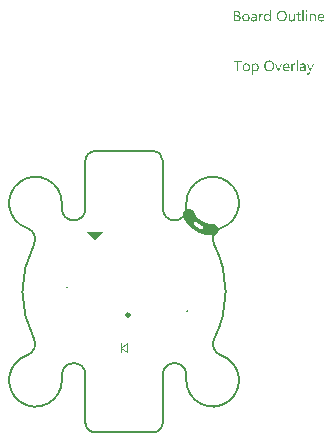
<source format=gto>
G04*
G04 #@! TF.GenerationSoftware,Altium Limited,Altium Designer,21.8.1 (53)*
G04*
G04 Layer_Color=65535*
%FSAX25Y25*%
%MOIN*%
G70*
G04*
G04 #@! TF.SameCoordinates,3D78823A-5127-4E2D-B847-EBBA5DFBE1E7*
G04*
G04*
G04 #@! TF.FilePolarity,Positive*
G04*
G01*
G75*
%ADD10C,0.01181*%
%ADD11C,0.00591*%
%ADD12C,0.00394*%
%ADD13C,0.00787*%
G36*
X0060922Y0119764D02*
X0060946D01*
X0061002Y0119739D01*
X0061033Y0119720D01*
X0061064Y0119695D01*
X0061070Y0119689D01*
X0061076Y0119683D01*
X0061107Y0119646D01*
X0061132Y0119584D01*
X0061138Y0119547D01*
X0061145Y0119510D01*
Y0119503D01*
Y0119491D01*
X0061138Y0119473D01*
X0061132Y0119448D01*
X0061114Y0119386D01*
X0061089Y0119355D01*
X0061064Y0119324D01*
X0061058D01*
X0061052Y0119312D01*
X0061014Y0119287D01*
X0060959Y0119262D01*
X0060922Y0119256D01*
X0060884Y0119250D01*
X0060866D01*
X0060847Y0119256D01*
X0060823D01*
X0060761Y0119281D01*
X0060730Y0119293D01*
X0060699Y0119318D01*
Y0119324D01*
X0060686Y0119330D01*
X0060674Y0119349D01*
X0060662Y0119367D01*
X0060637Y0119429D01*
X0060631Y0119466D01*
X0060625Y0119510D01*
Y0119516D01*
Y0119528D01*
X0060631Y0119547D01*
X0060637Y0119578D01*
X0060655Y0119633D01*
X0060674Y0119665D01*
X0060699Y0119695D01*
X0060705Y0119702D01*
X0060711Y0119708D01*
X0060748Y0119733D01*
X0060810Y0119757D01*
X0060847Y0119770D01*
X0060903D01*
X0060922Y0119764D01*
D02*
G37*
G36*
X0048932Y0116099D02*
X0048529D01*
Y0116520D01*
X0048517D01*
Y0116514D01*
X0048504Y0116501D01*
X0048486Y0116477D01*
X0048467Y0116446D01*
X0048436Y0116409D01*
X0048399Y0116371D01*
X0048356Y0116328D01*
X0048307Y0116285D01*
X0048251Y0116235D01*
X0048183Y0116192D01*
X0048115Y0116155D01*
X0048034Y0116118D01*
X0047954Y0116087D01*
X0047861Y0116062D01*
X0047762Y0116050D01*
X0047657Y0116043D01*
X0047613D01*
X0047576Y0116050D01*
X0047539Y0116056D01*
X0047489Y0116062D01*
X0047384Y0116087D01*
X0047260Y0116124D01*
X0047137Y0116186D01*
X0047069Y0116223D01*
X0047013Y0116266D01*
X0046951Y0116322D01*
X0046895Y0116378D01*
Y0116384D01*
X0046883Y0116396D01*
X0046870Y0116415D01*
X0046852Y0116439D01*
X0046833Y0116470D01*
X0046808Y0116514D01*
X0046784Y0116563D01*
X0046759Y0116619D01*
X0046728Y0116681D01*
X0046703Y0116749D01*
X0046679Y0116823D01*
X0046660Y0116904D01*
X0046641Y0116990D01*
X0046629Y0117089D01*
X0046623Y0117189D01*
X0046617Y0117294D01*
Y0117300D01*
Y0117318D01*
Y0117356D01*
X0046623Y0117399D01*
X0046629Y0117448D01*
X0046635Y0117510D01*
X0046641Y0117578D01*
X0046654Y0117653D01*
X0046691Y0117814D01*
X0046747Y0117981D01*
X0046784Y0118061D01*
X0046827Y0118142D01*
X0046870Y0118216D01*
X0046926Y0118290D01*
X0046932Y0118297D01*
X0046938Y0118309D01*
X0046957Y0118327D01*
X0046982Y0118352D01*
X0047013Y0118377D01*
X0047056Y0118408D01*
X0047099Y0118445D01*
X0047149Y0118482D01*
X0047273Y0118550D01*
X0047415Y0118612D01*
X0047496Y0118631D01*
X0047582Y0118649D01*
X0047669Y0118662D01*
X0047768Y0118668D01*
X0047818D01*
X0047855Y0118662D01*
X0047892Y0118656D01*
X0047941Y0118649D01*
X0048053Y0118618D01*
X0048177Y0118569D01*
X0048238Y0118538D01*
X0048300Y0118495D01*
X0048362Y0118451D01*
X0048418Y0118395D01*
X0048467Y0118334D01*
X0048517Y0118259D01*
X0048529D01*
Y0119819D01*
X0048932D01*
Y0116099D01*
D02*
G37*
G36*
X0063200Y0118662D02*
X0063274Y0118656D01*
X0063367Y0118637D01*
X0063466Y0118606D01*
X0063571Y0118556D01*
X0063676Y0118488D01*
X0063720Y0118451D01*
X0063763Y0118402D01*
X0063775Y0118389D01*
X0063800Y0118352D01*
X0063831Y0118290D01*
X0063874Y0118204D01*
X0063911Y0118098D01*
X0063949Y0117968D01*
X0063973Y0117814D01*
X0063980Y0117634D01*
Y0116099D01*
X0063577D01*
Y0117529D01*
Y0117535D01*
Y0117566D01*
X0063571Y0117603D01*
Y0117653D01*
X0063559Y0117715D01*
X0063546Y0117783D01*
X0063528Y0117857D01*
X0063503Y0117931D01*
X0063472Y0118006D01*
X0063435Y0118074D01*
X0063385Y0118142D01*
X0063330Y0118204D01*
X0063268Y0118253D01*
X0063187Y0118290D01*
X0063101Y0118321D01*
X0062995Y0118327D01*
X0062983D01*
X0062946Y0118321D01*
X0062890Y0118315D01*
X0062822Y0118297D01*
X0062742Y0118272D01*
X0062655Y0118228D01*
X0062574Y0118173D01*
X0062494Y0118098D01*
X0062488Y0118086D01*
X0062463Y0118061D01*
X0062432Y0118012D01*
X0062395Y0117944D01*
X0062358Y0117863D01*
X0062327Y0117764D01*
X0062302Y0117653D01*
X0062296Y0117529D01*
Y0116099D01*
X0061893D01*
Y0118612D01*
X0062296D01*
Y0118191D01*
X0062308D01*
X0062314Y0118197D01*
X0062321Y0118210D01*
X0062339Y0118235D01*
X0062364Y0118265D01*
X0062389Y0118303D01*
X0062426Y0118340D01*
X0062469Y0118383D01*
X0062519Y0118433D01*
X0062574Y0118476D01*
X0062636Y0118519D01*
X0062704Y0118556D01*
X0062779Y0118594D01*
X0062853Y0118624D01*
X0062940Y0118649D01*
X0063033Y0118662D01*
X0063131Y0118668D01*
X0063169D01*
X0063200Y0118662D01*
D02*
G37*
G36*
X0046202Y0118649D02*
X0046276Y0118643D01*
X0046319Y0118631D01*
X0046350Y0118618D01*
Y0118204D01*
X0046344Y0118210D01*
X0046332Y0118216D01*
X0046307Y0118228D01*
X0046276Y0118247D01*
X0046233Y0118259D01*
X0046177Y0118272D01*
X0046115Y0118278D01*
X0046047Y0118284D01*
X0046035D01*
X0046004Y0118278D01*
X0045954Y0118272D01*
X0045899Y0118253D01*
X0045824Y0118222D01*
X0045756Y0118179D01*
X0045682Y0118117D01*
X0045614Y0118036D01*
X0045608Y0118024D01*
X0045589Y0117993D01*
X0045558Y0117938D01*
X0045527Y0117863D01*
X0045496Y0117770D01*
X0045465Y0117653D01*
X0045447Y0117523D01*
X0045441Y0117374D01*
Y0116099D01*
X0045038D01*
Y0118612D01*
X0045441D01*
Y0118092D01*
X0045453D01*
Y0118098D01*
X0045459Y0118105D01*
X0045471Y0118135D01*
X0045490Y0118185D01*
X0045521Y0118247D01*
X0045552Y0118309D01*
X0045601Y0118377D01*
X0045651Y0118445D01*
X0045713Y0118507D01*
X0045719Y0118513D01*
X0045744Y0118532D01*
X0045781Y0118556D01*
X0045831Y0118581D01*
X0045886Y0118606D01*
X0045954Y0118631D01*
X0046029Y0118649D01*
X0046109Y0118656D01*
X0046165D01*
X0046202Y0118649D01*
D02*
G37*
G36*
X0056941Y0116099D02*
X0056539D01*
Y0116495D01*
X0056527D01*
Y0116489D01*
X0056514Y0116477D01*
X0056502Y0116452D01*
X0056477Y0116427D01*
X0056422Y0116353D01*
X0056335Y0116272D01*
X0056285Y0116229D01*
X0056230Y0116186D01*
X0056168Y0116149D01*
X0056094Y0116111D01*
X0056019Y0116087D01*
X0055939Y0116062D01*
X0055846Y0116050D01*
X0055753Y0116043D01*
X0055716D01*
X0055673Y0116050D01*
X0055611Y0116062D01*
X0055543Y0116074D01*
X0055468Y0116099D01*
X0055388Y0116130D01*
X0055307Y0116180D01*
X0055221Y0116235D01*
X0055140Y0116303D01*
X0055066Y0116390D01*
X0054998Y0116495D01*
X0054936Y0116613D01*
X0054893Y0116755D01*
X0054868Y0116922D01*
X0054856Y0117009D01*
Y0117108D01*
Y0118612D01*
X0055252D01*
Y0117170D01*
Y0117164D01*
Y0117139D01*
X0055258Y0117096D01*
X0055264Y0117046D01*
X0055270Y0116984D01*
X0055283Y0116922D01*
X0055301Y0116848D01*
X0055326Y0116774D01*
X0055363Y0116700D01*
X0055400Y0116631D01*
X0055450Y0116563D01*
X0055512Y0116501D01*
X0055580Y0116452D01*
X0055660Y0116415D01*
X0055759Y0116384D01*
X0055864Y0116378D01*
X0055877D01*
X0055914Y0116384D01*
X0055970Y0116390D01*
X0056032Y0116402D01*
X0056112Y0116433D01*
X0056192Y0116470D01*
X0056273Y0116520D01*
X0056347Y0116594D01*
X0056353Y0116607D01*
X0056378Y0116631D01*
X0056409Y0116681D01*
X0056446Y0116749D01*
X0056477Y0116829D01*
X0056508Y0116929D01*
X0056533Y0117040D01*
X0056539Y0117164D01*
Y0118612D01*
X0056941D01*
Y0116099D01*
D02*
G37*
G36*
X0061076D02*
X0060674D01*
Y0118612D01*
X0061076D01*
Y0116099D01*
D02*
G37*
G36*
X0059857D02*
X0059455D01*
Y0119819D01*
X0059857D01*
Y0116099D01*
D02*
G37*
G36*
X0043478Y0118662D02*
X0043534Y0118656D01*
X0043602Y0118637D01*
X0043676Y0118618D01*
X0043757Y0118587D01*
X0043843Y0118550D01*
X0043924Y0118501D01*
X0044004Y0118439D01*
X0044079Y0118365D01*
X0044147Y0118272D01*
X0044203Y0118166D01*
X0044246Y0118043D01*
X0044271Y0117900D01*
X0044283Y0117733D01*
Y0116099D01*
X0043881D01*
Y0116489D01*
X0043868D01*
Y0116483D01*
X0043856Y0116470D01*
X0043843Y0116446D01*
X0043819Y0116421D01*
X0043757Y0116347D01*
X0043676Y0116266D01*
X0043565Y0116186D01*
X0043435Y0116111D01*
X0043354Y0116087D01*
X0043274Y0116062D01*
X0043187Y0116050D01*
X0043095Y0116043D01*
X0043057D01*
X0043033Y0116050D01*
X0042965Y0116056D01*
X0042884Y0116068D01*
X0042785Y0116093D01*
X0042692Y0116124D01*
X0042593Y0116173D01*
X0042506Y0116235D01*
X0042500Y0116248D01*
X0042476Y0116272D01*
X0042438Y0116316D01*
X0042401Y0116378D01*
X0042364Y0116452D01*
X0042327Y0116539D01*
X0042302Y0116644D01*
X0042296Y0116761D01*
Y0116768D01*
Y0116792D01*
X0042302Y0116829D01*
X0042308Y0116873D01*
X0042321Y0116929D01*
X0042339Y0116990D01*
X0042364Y0117059D01*
X0042401Y0117127D01*
X0042445Y0117201D01*
X0042500Y0117275D01*
X0042568Y0117343D01*
X0042649Y0117405D01*
X0042742Y0117467D01*
X0042853Y0117517D01*
X0042977Y0117554D01*
X0043125Y0117585D01*
X0043881Y0117690D01*
Y0117696D01*
Y0117715D01*
X0043874Y0117752D01*
Y0117789D01*
X0043862Y0117838D01*
X0043856Y0117894D01*
X0043819Y0118012D01*
X0043788Y0118068D01*
X0043757Y0118123D01*
X0043714Y0118179D01*
X0043664Y0118228D01*
X0043602Y0118272D01*
X0043534Y0118303D01*
X0043453Y0118321D01*
X0043361Y0118327D01*
X0043317D01*
X0043286Y0118321D01*
X0043243D01*
X0043200Y0118309D01*
X0043088Y0118290D01*
X0042965Y0118253D01*
X0042828Y0118197D01*
X0042754Y0118160D01*
X0042686Y0118123D01*
X0042612Y0118074D01*
X0042544Y0118018D01*
Y0118433D01*
X0042550D01*
X0042562Y0118445D01*
X0042581Y0118457D01*
X0042612Y0118470D01*
X0042643Y0118488D01*
X0042686Y0118507D01*
X0042735Y0118526D01*
X0042791Y0118550D01*
X0042915Y0118594D01*
X0043064Y0118631D01*
X0043224Y0118656D01*
X0043398Y0118668D01*
X0043435D01*
X0043478Y0118662D01*
D02*
G37*
G36*
X0037790Y0119609D02*
X0037833D01*
X0037876Y0119603D01*
X0037975Y0119590D01*
X0038093Y0119559D01*
X0038217Y0119522D01*
X0038334Y0119466D01*
X0038440Y0119392D01*
X0038446D01*
X0038452Y0119380D01*
X0038483Y0119355D01*
X0038526Y0119305D01*
X0038576Y0119237D01*
X0038619Y0119151D01*
X0038662Y0119052D01*
X0038693Y0118940D01*
X0038706Y0118878D01*
Y0118810D01*
Y0118804D01*
Y0118798D01*
Y0118761D01*
X0038700Y0118705D01*
X0038687Y0118637D01*
X0038669Y0118550D01*
X0038638Y0118464D01*
X0038601Y0118377D01*
X0038545Y0118290D01*
X0038539Y0118278D01*
X0038514Y0118253D01*
X0038477Y0118216D01*
X0038427Y0118166D01*
X0038365Y0118117D01*
X0038291Y0118061D01*
X0038198Y0118018D01*
X0038099Y0117975D01*
Y0117968D01*
X0038118D01*
X0038136Y0117962D01*
X0038155Y0117956D01*
X0038223Y0117944D01*
X0038303Y0117919D01*
X0038390Y0117882D01*
X0038483Y0117838D01*
X0038576Y0117777D01*
X0038662Y0117696D01*
X0038675Y0117684D01*
X0038700Y0117653D01*
X0038730Y0117609D01*
X0038774Y0117541D01*
X0038811Y0117455D01*
X0038848Y0117356D01*
X0038873Y0117238D01*
X0038879Y0117108D01*
Y0117102D01*
Y0117089D01*
Y0117065D01*
X0038873Y0117034D01*
X0038867Y0116997D01*
X0038860Y0116953D01*
X0038836Y0116848D01*
X0038799Y0116730D01*
X0038743Y0116607D01*
X0038706Y0116551D01*
X0038662Y0116489D01*
X0038607Y0116433D01*
X0038551Y0116378D01*
X0038545D01*
X0038539Y0116365D01*
X0038520Y0116353D01*
X0038495Y0116334D01*
X0038464Y0116316D01*
X0038421Y0116291D01*
X0038328Y0116241D01*
X0038211Y0116186D01*
X0038074Y0116142D01*
X0037914Y0116111D01*
X0037833Y0116105D01*
X0037740Y0116099D01*
X0036713D01*
Y0119615D01*
X0037759D01*
X0037790Y0119609D01*
D02*
G37*
G36*
X0058285Y0118612D02*
X0058922D01*
Y0118265D01*
X0058285D01*
Y0116848D01*
Y0116836D01*
Y0116805D01*
X0058291Y0116761D01*
X0058297Y0116706D01*
X0058322Y0116588D01*
X0058340Y0116532D01*
X0058371Y0116489D01*
X0058378Y0116483D01*
X0058390Y0116470D01*
X0058408Y0116458D01*
X0058439Y0116439D01*
X0058477Y0116415D01*
X0058526Y0116402D01*
X0058588Y0116390D01*
X0058656Y0116384D01*
X0058681D01*
X0058712Y0116390D01*
X0058749Y0116396D01*
X0058836Y0116421D01*
X0058879Y0116439D01*
X0058922Y0116464D01*
Y0116118D01*
X0058916D01*
X0058898Y0116105D01*
X0058867Y0116099D01*
X0058823Y0116087D01*
X0058768Y0116074D01*
X0058706Y0116062D01*
X0058631Y0116056D01*
X0058545Y0116050D01*
X0058514D01*
X0058483Y0116056D01*
X0058439Y0116062D01*
X0058390Y0116074D01*
X0058334Y0116087D01*
X0058279Y0116111D01*
X0058217Y0116142D01*
X0058155Y0116180D01*
X0058093Y0116229D01*
X0058037Y0116285D01*
X0057988Y0116359D01*
X0057944Y0116439D01*
X0057913Y0116539D01*
X0057889Y0116650D01*
X0057882Y0116780D01*
Y0118265D01*
X0057455D01*
Y0118612D01*
X0057882D01*
Y0119225D01*
X0058285Y0119355D01*
Y0118612D01*
D02*
G37*
G36*
X0065812Y0118662D02*
X0065855Y0118656D01*
X0065898Y0118649D01*
X0066010Y0118631D01*
X0066134Y0118587D01*
X0066258Y0118532D01*
X0066319Y0118495D01*
X0066381Y0118451D01*
X0066437Y0118402D01*
X0066493Y0118346D01*
X0066499Y0118340D01*
X0066505Y0118334D01*
X0066517Y0118315D01*
X0066536Y0118290D01*
X0066555Y0118253D01*
X0066579Y0118216D01*
X0066604Y0118173D01*
X0066629Y0118117D01*
X0066654Y0118055D01*
X0066678Y0117993D01*
X0066703Y0117919D01*
X0066722Y0117838D01*
X0066740Y0117752D01*
X0066753Y0117665D01*
X0066765Y0117566D01*
Y0117461D01*
Y0117250D01*
X0064988D01*
Y0117244D01*
Y0117232D01*
Y0117213D01*
X0064995Y0117182D01*
X0065001Y0117145D01*
Y0117108D01*
X0065020Y0117009D01*
X0065050Y0116910D01*
X0065087Y0116798D01*
X0065143Y0116693D01*
X0065211Y0116600D01*
X0065224Y0116588D01*
X0065249Y0116563D01*
X0065298Y0116532D01*
X0065366Y0116489D01*
X0065453Y0116446D01*
X0065552Y0116415D01*
X0065669Y0116390D01*
X0065806Y0116378D01*
X0065849D01*
X0065880Y0116384D01*
X0065917D01*
X0065960Y0116390D01*
X0066066Y0116415D01*
X0066183Y0116446D01*
X0066313Y0116495D01*
X0066449Y0116563D01*
X0066517Y0116607D01*
X0066585Y0116656D01*
Y0116279D01*
X0066579D01*
X0066573Y0116266D01*
X0066555Y0116260D01*
X0066524Y0116241D01*
X0066493Y0116223D01*
X0066456Y0116204D01*
X0066406Y0116186D01*
X0066356Y0116161D01*
X0066295Y0116136D01*
X0066227Y0116118D01*
X0066078Y0116080D01*
X0065905Y0116056D01*
X0065713Y0116043D01*
X0065663D01*
X0065626Y0116050D01*
X0065583Y0116056D01*
X0065527Y0116062D01*
X0065409Y0116087D01*
X0065273Y0116124D01*
X0065137Y0116186D01*
X0065069Y0116229D01*
X0065001Y0116272D01*
X0064939Y0116322D01*
X0064877Y0116384D01*
X0064871Y0116390D01*
X0064865Y0116402D01*
X0064852Y0116421D01*
X0064828Y0116446D01*
X0064809Y0116483D01*
X0064784Y0116526D01*
X0064753Y0116576D01*
X0064728Y0116631D01*
X0064698Y0116693D01*
X0064673Y0116768D01*
X0064642Y0116848D01*
X0064623Y0116935D01*
X0064605Y0117027D01*
X0064586Y0117127D01*
X0064580Y0117232D01*
X0064574Y0117343D01*
Y0117349D01*
Y0117368D01*
Y0117399D01*
X0064580Y0117442D01*
X0064586Y0117492D01*
X0064592Y0117548D01*
X0064599Y0117616D01*
X0064617Y0117684D01*
X0064654Y0117832D01*
X0064710Y0117993D01*
X0064747Y0118074D01*
X0064797Y0118148D01*
X0064846Y0118228D01*
X0064902Y0118297D01*
X0064908Y0118303D01*
X0064920Y0118315D01*
X0064939Y0118334D01*
X0064964Y0118352D01*
X0064995Y0118383D01*
X0065032Y0118414D01*
X0065081Y0118445D01*
X0065131Y0118482D01*
X0065249Y0118550D01*
X0065391Y0118612D01*
X0065471Y0118631D01*
X0065552Y0118649D01*
X0065639Y0118662D01*
X0065731Y0118668D01*
X0065781D01*
X0065812Y0118662D01*
D02*
G37*
G36*
X0052769Y0119671D02*
X0052831Y0119665D01*
X0052906Y0119652D01*
X0052986Y0119633D01*
X0053073Y0119615D01*
X0053159Y0119590D01*
X0053259Y0119559D01*
X0053351Y0119516D01*
X0053450Y0119466D01*
X0053549Y0119411D01*
X0053642Y0119343D01*
X0053735Y0119268D01*
X0053822Y0119182D01*
X0053828Y0119176D01*
X0053840Y0119157D01*
X0053865Y0119132D01*
X0053890Y0119095D01*
X0053927Y0119045D01*
X0053964Y0118984D01*
X0054001Y0118915D01*
X0054045Y0118841D01*
X0054088Y0118748D01*
X0054125Y0118656D01*
X0054162Y0118550D01*
X0054199Y0118433D01*
X0054224Y0118315D01*
X0054249Y0118185D01*
X0054261Y0118043D01*
X0054267Y0117900D01*
Y0117888D01*
Y0117863D01*
Y0117820D01*
X0054261Y0117758D01*
X0054255Y0117684D01*
X0054243Y0117603D01*
X0054230Y0117510D01*
X0054212Y0117405D01*
X0054187Y0117300D01*
X0054156Y0117189D01*
X0054119Y0117077D01*
X0054075Y0116966D01*
X0054020Y0116848D01*
X0053958Y0116743D01*
X0053890Y0116638D01*
X0053809Y0116539D01*
X0053803Y0116532D01*
X0053791Y0116520D01*
X0053760Y0116495D01*
X0053729Y0116464D01*
X0053679Y0116421D01*
X0053624Y0116384D01*
X0053562Y0116334D01*
X0053487Y0116291D01*
X0053407Y0116248D01*
X0053314Y0116198D01*
X0053215Y0116161D01*
X0053104Y0116124D01*
X0052986Y0116087D01*
X0052862Y0116062D01*
X0052732Y0116050D01*
X0052590Y0116043D01*
X0052559D01*
X0052516Y0116050D01*
X0052466D01*
X0052404Y0116056D01*
X0052330Y0116068D01*
X0052249Y0116087D01*
X0052157Y0116105D01*
X0052064Y0116130D01*
X0051965Y0116161D01*
X0051866Y0116204D01*
X0051767Y0116248D01*
X0051668Y0116303D01*
X0051569Y0116371D01*
X0051476Y0116446D01*
X0051389Y0116532D01*
X0051383Y0116539D01*
X0051371Y0116557D01*
X0051346Y0116582D01*
X0051321Y0116619D01*
X0051284Y0116668D01*
X0051247Y0116730D01*
X0051210Y0116798D01*
X0051166Y0116879D01*
X0051123Y0116966D01*
X0051086Y0117059D01*
X0051049Y0117164D01*
X0051012Y0117281D01*
X0050987Y0117399D01*
X0050962Y0117529D01*
X0050950Y0117671D01*
X0050943Y0117814D01*
Y0117826D01*
Y0117851D01*
X0050950Y0117894D01*
Y0117956D01*
X0050956Y0118024D01*
X0050968Y0118111D01*
X0050981Y0118204D01*
X0050999Y0118303D01*
X0051024Y0118408D01*
X0051055Y0118519D01*
X0051092Y0118631D01*
X0051135Y0118742D01*
X0051191Y0118854D01*
X0051253Y0118965D01*
X0051321Y0119070D01*
X0051402Y0119169D01*
X0051408Y0119176D01*
X0051420Y0119194D01*
X0051451Y0119219D01*
X0051488Y0119250D01*
X0051531Y0119287D01*
X0051587Y0119330D01*
X0051655Y0119374D01*
X0051730Y0119423D01*
X0051816Y0119473D01*
X0051909Y0119516D01*
X0052008Y0119559D01*
X0052119Y0119596D01*
X0052243Y0119627D01*
X0052373Y0119658D01*
X0052509Y0119671D01*
X0052652Y0119677D01*
X0052720D01*
X0052769Y0119671D01*
D02*
G37*
G36*
X0040742Y0118662D02*
X0040786Y0118656D01*
X0040841Y0118649D01*
X0040965Y0118624D01*
X0041107Y0118581D01*
X0041250Y0118519D01*
X0041324Y0118482D01*
X0041392Y0118439D01*
X0041460Y0118383D01*
X0041522Y0118321D01*
X0041528Y0118315D01*
X0041535Y0118303D01*
X0041553Y0118284D01*
X0041572Y0118259D01*
X0041596Y0118222D01*
X0041621Y0118179D01*
X0041652Y0118129D01*
X0041683Y0118074D01*
X0041708Y0118006D01*
X0041739Y0117938D01*
X0041764Y0117857D01*
X0041788Y0117770D01*
X0041807Y0117677D01*
X0041826Y0117578D01*
X0041832Y0117473D01*
X0041838Y0117362D01*
Y0117356D01*
Y0117337D01*
Y0117306D01*
X0041832Y0117263D01*
X0041826Y0117213D01*
X0041819Y0117151D01*
X0041807Y0117089D01*
X0041795Y0117015D01*
X0041757Y0116867D01*
X0041695Y0116706D01*
X0041658Y0116625D01*
X0041609Y0116545D01*
X0041559Y0116470D01*
X0041497Y0116402D01*
X0041491Y0116396D01*
X0041479Y0116390D01*
X0041460Y0116371D01*
X0041436Y0116347D01*
X0041398Y0116322D01*
X0041361Y0116291D01*
X0041312Y0116254D01*
X0041256Y0116223D01*
X0041194Y0116192D01*
X0041126Y0116155D01*
X0041052Y0116124D01*
X0040971Y0116099D01*
X0040885Y0116074D01*
X0040792Y0116062D01*
X0040693Y0116050D01*
X0040587Y0116043D01*
X0040532D01*
X0040495Y0116050D01*
X0040451Y0116056D01*
X0040396Y0116062D01*
X0040334Y0116074D01*
X0040266Y0116087D01*
X0040123Y0116130D01*
X0039975Y0116192D01*
X0039900Y0116229D01*
X0039832Y0116279D01*
X0039764Y0116328D01*
X0039696Y0116390D01*
X0039690Y0116396D01*
X0039684Y0116409D01*
X0039665Y0116427D01*
X0039647Y0116452D01*
X0039622Y0116489D01*
X0039591Y0116532D01*
X0039560Y0116582D01*
X0039535Y0116638D01*
X0039504Y0116706D01*
X0039473Y0116774D01*
X0039442Y0116848D01*
X0039418Y0116935D01*
X0039380Y0117120D01*
X0039374Y0117219D01*
X0039368Y0117325D01*
Y0117331D01*
Y0117356D01*
Y0117387D01*
X0039374Y0117430D01*
X0039380Y0117479D01*
X0039387Y0117541D01*
X0039399Y0117609D01*
X0039411Y0117684D01*
X0039449Y0117845D01*
X0039511Y0118006D01*
X0039554Y0118086D01*
X0039597Y0118166D01*
X0039647Y0118241D01*
X0039709Y0118309D01*
X0039715Y0118315D01*
X0039727Y0118327D01*
X0039746Y0118340D01*
X0039770Y0118365D01*
X0039808Y0118389D01*
X0039851Y0118420D01*
X0039900Y0118457D01*
X0039956Y0118488D01*
X0040018Y0118519D01*
X0040092Y0118556D01*
X0040167Y0118587D01*
X0040253Y0118612D01*
X0040340Y0118637D01*
X0040439Y0118656D01*
X0040544Y0118662D01*
X0040649Y0118668D01*
X0040705D01*
X0040742Y0118662D01*
D02*
G37*
G36*
X0043955Y0102072D02*
X0043998Y0102066D01*
X0044042Y0102059D01*
X0044153Y0102035D01*
X0044277Y0101997D01*
X0044401Y0101936D01*
X0044462Y0101898D01*
X0044524Y0101849D01*
X0044580Y0101799D01*
X0044636Y0101737D01*
X0044642Y0101731D01*
X0044648Y0101725D01*
X0044661Y0101700D01*
X0044679Y0101676D01*
X0044698Y0101645D01*
X0044722Y0101601D01*
X0044747Y0101552D01*
X0044772Y0101502D01*
X0044797Y0101440D01*
X0044822Y0101372D01*
X0044846Y0101298D01*
X0044865Y0101217D01*
X0044896Y0101038D01*
X0044908Y0100939D01*
Y0100834D01*
Y0100828D01*
Y0100809D01*
Y0100772D01*
X0044902Y0100728D01*
Y0100679D01*
X0044890Y0100617D01*
X0044883Y0100549D01*
X0044871Y0100475D01*
X0044834Y0100314D01*
X0044778Y0100147D01*
X0044741Y0100066D01*
X0044704Y0099986D01*
X0044654Y0099905D01*
X0044599Y0099831D01*
X0044592Y0099825D01*
X0044586Y0099812D01*
X0044568Y0099794D01*
X0044543Y0099775D01*
X0044512Y0099744D01*
X0044475Y0099713D01*
X0044431Y0099676D01*
X0044382Y0099645D01*
X0044326Y0099608D01*
X0044264Y0099571D01*
X0044116Y0099515D01*
X0044035Y0099490D01*
X0043955Y0099472D01*
X0043862Y0099460D01*
X0043763Y0099453D01*
X0043714D01*
X0043683Y0099460D01*
X0043639Y0099466D01*
X0043596Y0099478D01*
X0043484Y0099503D01*
X0043367Y0099552D01*
X0043299Y0099590D01*
X0043237Y0099627D01*
X0043175Y0099676D01*
X0043119Y0099732D01*
X0043057Y0099794D01*
X0043008Y0099868D01*
X0042995D01*
Y0098358D01*
X0042593D01*
Y0102022D01*
X0042995D01*
Y0101576D01*
X0043008D01*
X0043014Y0101583D01*
X0043020Y0101601D01*
X0043039Y0101626D01*
X0043064Y0101657D01*
X0043095Y0101694D01*
X0043132Y0101737D01*
X0043175Y0101781D01*
X0043231Y0101830D01*
X0043286Y0101874D01*
X0043348Y0101917D01*
X0043423Y0101960D01*
X0043497Y0101997D01*
X0043584Y0102035D01*
X0043676Y0102059D01*
X0043769Y0102072D01*
X0043874Y0102078D01*
X0043924D01*
X0043955Y0102072D01*
D02*
G37*
G36*
X0056911Y0102059D02*
X0056985Y0102053D01*
X0057028Y0102041D01*
X0057059Y0102028D01*
Y0101614D01*
X0057053Y0101620D01*
X0057041Y0101626D01*
X0057016Y0101638D01*
X0056985Y0101657D01*
X0056941Y0101669D01*
X0056886Y0101682D01*
X0056824Y0101688D01*
X0056756Y0101694D01*
X0056743D01*
X0056713Y0101688D01*
X0056663Y0101682D01*
X0056607Y0101663D01*
X0056533Y0101632D01*
X0056465Y0101589D01*
X0056391Y0101527D01*
X0056322Y0101446D01*
X0056316Y0101434D01*
X0056298Y0101403D01*
X0056267Y0101347D01*
X0056236Y0101273D01*
X0056205Y0101180D01*
X0056174Y0101063D01*
X0056155Y0100933D01*
X0056149Y0100784D01*
Y0099509D01*
X0055747D01*
Y0102022D01*
X0056149D01*
Y0101502D01*
X0056162D01*
Y0101508D01*
X0056168Y0101515D01*
X0056180Y0101546D01*
X0056199Y0101595D01*
X0056230Y0101657D01*
X0056261Y0101719D01*
X0056310Y0101787D01*
X0056360Y0101855D01*
X0056422Y0101917D01*
X0056428Y0101923D01*
X0056453Y0101942D01*
X0056490Y0101967D01*
X0056539Y0101991D01*
X0056595Y0102016D01*
X0056663Y0102041D01*
X0056737Y0102059D01*
X0056818Y0102066D01*
X0056873D01*
X0056911Y0102059D01*
D02*
G37*
G36*
X0062116Y0099107D02*
X0062110Y0099101D01*
X0062104Y0099076D01*
X0062085Y0099032D01*
X0062061Y0098983D01*
X0062030Y0098927D01*
X0061986Y0098859D01*
X0061943Y0098791D01*
X0061893Y0098717D01*
X0061832Y0098642D01*
X0061770Y0098574D01*
X0061695Y0098506D01*
X0061615Y0098451D01*
X0061535Y0098401D01*
X0061442Y0098358D01*
X0061349Y0098333D01*
X0061244Y0098327D01*
X0061188D01*
X0061151Y0098333D01*
X0061070Y0098345D01*
X0060984Y0098364D01*
Y0098723D01*
X0060990D01*
X0061008Y0098717D01*
X0061033Y0098711D01*
X0061064Y0098704D01*
X0061138Y0098686D01*
X0061219Y0098680D01*
X0061231D01*
X0061268Y0098686D01*
X0061324Y0098698D01*
X0061392Y0098723D01*
X0061466Y0098766D01*
X0061503Y0098797D01*
X0061541Y0098834D01*
X0061578Y0098871D01*
X0061615Y0098921D01*
X0061646Y0098977D01*
X0061677Y0099039D01*
X0061881Y0099509D01*
X0060897Y0102022D01*
X0061343D01*
X0062024Y0100085D01*
Y0100078D01*
X0062030Y0100066D01*
X0062036Y0100048D01*
X0062042Y0100023D01*
X0062048Y0099986D01*
X0062061Y0099949D01*
X0062073Y0099893D01*
X0062092D01*
Y0099905D01*
X0062104Y0099942D01*
X0062116Y0099998D01*
X0062141Y0100078D01*
X0062853Y0102022D01*
X0063268D01*
X0062116Y0099107D01*
D02*
G37*
G36*
X0051686Y0099509D02*
X0051290D01*
X0050337Y0102022D01*
X0050776D01*
X0051420Y0100196D01*
X0051426Y0100190D01*
X0051432Y0100165D01*
X0051445Y0100122D01*
X0051457Y0100078D01*
X0051470Y0100023D01*
X0051488Y0099961D01*
X0051507Y0099843D01*
X0051513D01*
Y0099849D01*
X0051519Y0099874D01*
X0051525Y0099911D01*
X0051531Y0099955D01*
X0051544Y0100011D01*
X0051556Y0100066D01*
X0051593Y0100184D01*
X0052262Y0102022D01*
X0052683D01*
X0051686Y0099509D01*
D02*
G37*
G36*
X0059708Y0102072D02*
X0059764Y0102066D01*
X0059832Y0102047D01*
X0059907Y0102028D01*
X0059987Y0101997D01*
X0060074Y0101960D01*
X0060154Y0101911D01*
X0060235Y0101849D01*
X0060309Y0101775D01*
X0060377Y0101682D01*
X0060433Y0101576D01*
X0060476Y0101453D01*
X0060501Y0101310D01*
X0060513Y0101143D01*
Y0099509D01*
X0060111D01*
Y0099899D01*
X0060098D01*
Y0099893D01*
X0060086Y0099880D01*
X0060074Y0099856D01*
X0060049Y0099831D01*
X0059987Y0099757D01*
X0059907Y0099676D01*
X0059795Y0099596D01*
X0059665Y0099521D01*
X0059585Y0099497D01*
X0059504Y0099472D01*
X0059417Y0099460D01*
X0059325Y0099453D01*
X0059288D01*
X0059263Y0099460D01*
X0059195Y0099466D01*
X0059114Y0099478D01*
X0059015Y0099503D01*
X0058922Y0099534D01*
X0058823Y0099583D01*
X0058737Y0099645D01*
X0058730Y0099658D01*
X0058706Y0099682D01*
X0058669Y0099726D01*
X0058631Y0099788D01*
X0058594Y0099862D01*
X0058557Y0099949D01*
X0058532Y0100054D01*
X0058526Y0100171D01*
Y0100178D01*
Y0100202D01*
X0058532Y0100240D01*
X0058539Y0100283D01*
X0058551Y0100338D01*
X0058570Y0100400D01*
X0058594Y0100469D01*
X0058631Y0100537D01*
X0058675Y0100611D01*
X0058730Y0100685D01*
X0058798Y0100753D01*
X0058879Y0100815D01*
X0058972Y0100877D01*
X0059083Y0100927D01*
X0059207Y0100964D01*
X0059356Y0100995D01*
X0060111Y0101100D01*
Y0101106D01*
Y0101125D01*
X0060105Y0101162D01*
Y0101199D01*
X0060092Y0101249D01*
X0060086Y0101304D01*
X0060049Y0101422D01*
X0060018Y0101478D01*
X0059987Y0101533D01*
X0059944Y0101589D01*
X0059894Y0101638D01*
X0059832Y0101682D01*
X0059764Y0101713D01*
X0059684Y0101731D01*
X0059591Y0101737D01*
X0059548D01*
X0059517Y0101731D01*
X0059473D01*
X0059430Y0101719D01*
X0059319Y0101700D01*
X0059195Y0101663D01*
X0059058Y0101608D01*
X0058984Y0101570D01*
X0058916Y0101533D01*
X0058842Y0101484D01*
X0058774Y0101428D01*
Y0101843D01*
X0058780D01*
X0058792Y0101855D01*
X0058811Y0101867D01*
X0058842Y0101880D01*
X0058873Y0101898D01*
X0058916Y0101917D01*
X0058966Y0101936D01*
X0059021Y0101960D01*
X0059145Y0102004D01*
X0059294Y0102041D01*
X0059455Y0102066D01*
X0059628Y0102078D01*
X0059665D01*
X0059708Y0102072D01*
D02*
G37*
G36*
X0057895Y0099509D02*
X0057492D01*
Y0103229D01*
X0057895D01*
Y0099509D01*
D02*
G37*
G36*
X0039151Y0102654D02*
X0038136D01*
Y0099509D01*
X0037728D01*
Y0102654D01*
X0036713D01*
Y0103025D01*
X0039151D01*
Y0102654D01*
D02*
G37*
G36*
X0054187Y0102072D02*
X0054230Y0102066D01*
X0054274Y0102059D01*
X0054385Y0102041D01*
X0054509Y0101997D01*
X0054633Y0101942D01*
X0054694Y0101905D01*
X0054756Y0101861D01*
X0054812Y0101812D01*
X0054868Y0101756D01*
X0054874Y0101750D01*
X0054880Y0101744D01*
X0054893Y0101725D01*
X0054911Y0101700D01*
X0054930Y0101663D01*
X0054954Y0101626D01*
X0054979Y0101583D01*
X0055004Y0101527D01*
X0055029Y0101465D01*
X0055054Y0101403D01*
X0055078Y0101329D01*
X0055097Y0101249D01*
X0055115Y0101162D01*
X0055128Y0101075D01*
X0055140Y0100976D01*
Y0100871D01*
Y0100660D01*
X0053364D01*
Y0100654D01*
Y0100642D01*
Y0100623D01*
X0053370Y0100592D01*
X0053376Y0100555D01*
Y0100518D01*
X0053395Y0100419D01*
X0053426Y0100320D01*
X0053463Y0100208D01*
X0053518Y0100103D01*
X0053587Y0100011D01*
X0053599Y0099998D01*
X0053624Y0099973D01*
X0053673Y0099942D01*
X0053741Y0099899D01*
X0053828Y0099856D01*
X0053927Y0099825D01*
X0054045Y0099800D01*
X0054181Y0099788D01*
X0054224D01*
X0054255Y0099794D01*
X0054292D01*
X0054335Y0099800D01*
X0054441Y0099825D01*
X0054558Y0099856D01*
X0054688Y0099905D01*
X0054825Y0099973D01*
X0054893Y0100017D01*
X0054961Y0100066D01*
Y0099689D01*
X0054954D01*
X0054948Y0099676D01*
X0054930Y0099670D01*
X0054899Y0099651D01*
X0054868Y0099633D01*
X0054831Y0099614D01*
X0054781Y0099596D01*
X0054732Y0099571D01*
X0054670Y0099546D01*
X0054602Y0099528D01*
X0054453Y0099490D01*
X0054280Y0099466D01*
X0054088Y0099453D01*
X0054038D01*
X0054001Y0099460D01*
X0053958Y0099466D01*
X0053902Y0099472D01*
X0053785Y0099497D01*
X0053648Y0099534D01*
X0053512Y0099596D01*
X0053444Y0099639D01*
X0053376Y0099682D01*
X0053314Y0099732D01*
X0053252Y0099794D01*
X0053246Y0099800D01*
X0053240Y0099812D01*
X0053228Y0099831D01*
X0053203Y0099856D01*
X0053184Y0099893D01*
X0053159Y0099936D01*
X0053128Y0099986D01*
X0053104Y0100041D01*
X0053073Y0100103D01*
X0053048Y0100178D01*
X0053017Y0100258D01*
X0052999Y0100345D01*
X0052980Y0100438D01*
X0052961Y0100537D01*
X0052955Y0100642D01*
X0052949Y0100753D01*
Y0100759D01*
Y0100778D01*
Y0100809D01*
X0052955Y0100852D01*
X0052961Y0100902D01*
X0052968Y0100958D01*
X0052974Y0101026D01*
X0052992Y0101094D01*
X0053029Y0101242D01*
X0053085Y0101403D01*
X0053122Y0101484D01*
X0053172Y0101558D01*
X0053221Y0101638D01*
X0053277Y0101707D01*
X0053283Y0101713D01*
X0053296Y0101725D01*
X0053314Y0101744D01*
X0053339Y0101762D01*
X0053370Y0101793D01*
X0053407Y0101824D01*
X0053456Y0101855D01*
X0053506Y0101892D01*
X0053624Y0101960D01*
X0053766Y0102022D01*
X0053847Y0102041D01*
X0053927Y0102059D01*
X0054014Y0102072D01*
X0054106Y0102078D01*
X0054156D01*
X0054187Y0102072D01*
D02*
G37*
G36*
X0048573Y0103081D02*
X0048634Y0103075D01*
X0048709Y0103062D01*
X0048789Y0103044D01*
X0048876Y0103025D01*
X0048963Y0103000D01*
X0049062Y0102969D01*
X0049154Y0102926D01*
X0049253Y0102876D01*
X0049353Y0102821D01*
X0049445Y0102753D01*
X0049538Y0102678D01*
X0049625Y0102592D01*
X0049631Y0102585D01*
X0049643Y0102567D01*
X0049668Y0102542D01*
X0049693Y0102505D01*
X0049730Y0102455D01*
X0049767Y0102394D01*
X0049804Y0102325D01*
X0049848Y0102251D01*
X0049891Y0102158D01*
X0049928Y0102066D01*
X0049965Y0101960D01*
X0050002Y0101843D01*
X0050027Y0101725D01*
X0050052Y0101595D01*
X0050064Y0101453D01*
X0050071Y0101310D01*
Y0101298D01*
Y0101273D01*
Y0101230D01*
X0050064Y0101168D01*
X0050058Y0101094D01*
X0050046Y0101013D01*
X0050033Y0100920D01*
X0050015Y0100815D01*
X0049990Y0100710D01*
X0049959Y0100599D01*
X0049922Y0100487D01*
X0049879Y0100376D01*
X0049823Y0100258D01*
X0049761Y0100153D01*
X0049693Y0100048D01*
X0049613Y0099949D01*
X0049606Y0099942D01*
X0049594Y0099930D01*
X0049563Y0099905D01*
X0049532Y0099874D01*
X0049483Y0099831D01*
X0049427Y0099794D01*
X0049365Y0099744D01*
X0049291Y0099701D01*
X0049210Y0099658D01*
X0049117Y0099608D01*
X0049018Y0099571D01*
X0048907Y0099534D01*
X0048789Y0099497D01*
X0048665Y0099472D01*
X0048535Y0099460D01*
X0048393Y0099453D01*
X0048362D01*
X0048319Y0099460D01*
X0048269D01*
X0048207Y0099466D01*
X0048133Y0099478D01*
X0048053Y0099497D01*
X0047960Y0099515D01*
X0047867Y0099540D01*
X0047768Y0099571D01*
X0047669Y0099614D01*
X0047570Y0099658D01*
X0047471Y0099713D01*
X0047372Y0099781D01*
X0047279Y0099856D01*
X0047192Y0099942D01*
X0047186Y0099949D01*
X0047174Y0099967D01*
X0047149Y0099992D01*
X0047124Y0100029D01*
X0047087Y0100078D01*
X0047050Y0100140D01*
X0047013Y0100208D01*
X0046969Y0100289D01*
X0046926Y0100376D01*
X0046889Y0100469D01*
X0046852Y0100574D01*
X0046815Y0100691D01*
X0046790Y0100809D01*
X0046765Y0100939D01*
X0046753Y0101081D01*
X0046747Y0101224D01*
Y0101236D01*
Y0101261D01*
X0046753Y0101304D01*
Y0101366D01*
X0046759Y0101434D01*
X0046771Y0101521D01*
X0046784Y0101614D01*
X0046802Y0101713D01*
X0046827Y0101818D01*
X0046858Y0101929D01*
X0046895Y0102041D01*
X0046938Y0102152D01*
X0046994Y0102264D01*
X0047056Y0102375D01*
X0047124Y0102480D01*
X0047205Y0102579D01*
X0047211Y0102585D01*
X0047223Y0102604D01*
X0047254Y0102629D01*
X0047291Y0102660D01*
X0047335Y0102697D01*
X0047390Y0102740D01*
X0047458Y0102784D01*
X0047533Y0102833D01*
X0047619Y0102883D01*
X0047712Y0102926D01*
X0047811Y0102969D01*
X0047923Y0103006D01*
X0048046Y0103037D01*
X0048177Y0103068D01*
X0048313Y0103081D01*
X0048455Y0103087D01*
X0048523D01*
X0048573Y0103081D01*
D02*
G37*
G36*
X0040854Y0102072D02*
X0040897Y0102066D01*
X0040953Y0102059D01*
X0041076Y0102035D01*
X0041219Y0101991D01*
X0041361Y0101929D01*
X0041436Y0101892D01*
X0041504Y0101849D01*
X0041572Y0101793D01*
X0041634Y0101731D01*
X0041640Y0101725D01*
X0041646Y0101713D01*
X0041665Y0101694D01*
X0041683Y0101669D01*
X0041708Y0101632D01*
X0041733Y0101589D01*
X0041764Y0101539D01*
X0041795Y0101484D01*
X0041819Y0101416D01*
X0041850Y0101347D01*
X0041875Y0101267D01*
X0041900Y0101180D01*
X0041918Y0101087D01*
X0041937Y0100988D01*
X0041943Y0100883D01*
X0041949Y0100772D01*
Y0100766D01*
Y0100747D01*
Y0100716D01*
X0041943Y0100673D01*
X0041937Y0100623D01*
X0041931Y0100561D01*
X0041918Y0100499D01*
X0041906Y0100425D01*
X0041869Y0100277D01*
X0041807Y0100116D01*
X0041770Y0100035D01*
X0041720Y0099955D01*
X0041671Y0099880D01*
X0041609Y0099812D01*
X0041603Y0099806D01*
X0041590Y0099800D01*
X0041572Y0099781D01*
X0041547Y0099757D01*
X0041510Y0099732D01*
X0041473Y0099701D01*
X0041423Y0099664D01*
X0041368Y0099633D01*
X0041306Y0099602D01*
X0041238Y0099565D01*
X0041163Y0099534D01*
X0041083Y0099509D01*
X0040996Y0099484D01*
X0040903Y0099472D01*
X0040804Y0099460D01*
X0040699Y0099453D01*
X0040643D01*
X0040606Y0099460D01*
X0040563Y0099466D01*
X0040507Y0099472D01*
X0040445Y0099484D01*
X0040377Y0099497D01*
X0040235Y0099540D01*
X0040086Y0099602D01*
X0040012Y0099639D01*
X0039944Y0099689D01*
X0039876Y0099738D01*
X0039808Y0099800D01*
X0039801Y0099806D01*
X0039795Y0099819D01*
X0039777Y0099837D01*
X0039758Y0099862D01*
X0039733Y0099899D01*
X0039702Y0099942D01*
X0039671Y0099992D01*
X0039647Y0100048D01*
X0039616Y0100116D01*
X0039585Y0100184D01*
X0039554Y0100258D01*
X0039529Y0100345D01*
X0039492Y0100530D01*
X0039486Y0100629D01*
X0039480Y0100735D01*
Y0100741D01*
Y0100766D01*
Y0100797D01*
X0039486Y0100840D01*
X0039492Y0100889D01*
X0039498Y0100951D01*
X0039511Y0101019D01*
X0039523Y0101094D01*
X0039560Y0101255D01*
X0039622Y0101416D01*
X0039665Y0101496D01*
X0039709Y0101576D01*
X0039758Y0101651D01*
X0039820Y0101719D01*
X0039826Y0101725D01*
X0039838Y0101737D01*
X0039857Y0101750D01*
X0039882Y0101775D01*
X0039919Y0101799D01*
X0039962Y0101830D01*
X0040012Y0101867D01*
X0040068Y0101898D01*
X0040130Y0101929D01*
X0040204Y0101967D01*
X0040278Y0101997D01*
X0040365Y0102022D01*
X0040451Y0102047D01*
X0040550Y0102066D01*
X0040656Y0102072D01*
X0040761Y0102078D01*
X0040817D01*
X0040854Y0102072D01*
D02*
G37*
G36*
X0021718Y0053587D02*
X0021835Y0053573D01*
X0021950Y0053553D01*
X0022065Y0053526D01*
X0022177Y0053491D01*
X0022287Y0053450D01*
X0022394Y0053403D01*
X0022499Y0053349D01*
X0022600Y0053289D01*
X0022697Y0053223D01*
X0022790Y0053151D01*
X0022878Y0053074D01*
X0022962Y0052991D01*
X0023040Y0052904D01*
X0023113Y0052812D01*
X0023180Y0052716D01*
X0023242Y0052616D01*
X0023297Y0052513D01*
X0023304Y0052497D01*
X0023304Y0052497D01*
X0023393Y0052319D01*
X0023501Y0052119D01*
X0023615Y0051924D01*
X0023736Y0051733D01*
X0023863Y0051545D01*
X0023995Y0051362D01*
X0024134Y0051183D01*
X0024279Y0051009D01*
X0024429Y0050840D01*
X0024584Y0050675D01*
X0024745Y0050516D01*
X0024911Y0050362D01*
X0025082Y0050214D01*
X0025258Y0050072D01*
X0025438Y0049935D01*
X0025623Y0049804D01*
X0025812Y0049679D01*
X0026005Y0049561D01*
X0026201Y0049449D01*
X0026401Y0049343D01*
X0026605Y0049244D01*
X0026812Y0049152D01*
X0027021Y0049066D01*
X0027233Y0048988D01*
X0027448Y0048916D01*
X0027665Y0048852D01*
X0027884Y0048794D01*
X0028104Y0048744D01*
X0028327Y0048701D01*
X0028550Y0048665D01*
X0028775Y0048637D01*
X0029000Y0048616D01*
X0029226Y0048603D01*
X0029449Y0048597D01*
X0029449Y0048597D01*
X0029473Y0048597D01*
X0029590Y0048591D01*
X0029706Y0048577D01*
X0029822Y0048557D01*
X0029936Y0048530D01*
X0030048Y0048495D01*
X0030158Y0048454D01*
X0030266Y0048407D01*
X0030370Y0048353D01*
X0030471Y0048293D01*
X0030568Y0048227D01*
X0030661Y0048155D01*
X0030749Y0048078D01*
X0030833Y0047996D01*
X0030911Y0047908D01*
X0030984Y0047816D01*
X0031052Y0047720D01*
X0031113Y0047620D01*
X0031168Y0047517D01*
X0031217Y0047410D01*
X0031260Y0047300D01*
X0031295Y0047188D01*
X0031324Y0047075D01*
X0031346Y0046959D01*
X0031361Y0046843D01*
X0031369Y0046726D01*
X0031370Y0046608D01*
X0031363Y0046491D01*
X0031350Y0046375D01*
X0031330Y0046259D01*
X0031302Y0046145D01*
X0031268Y0046033D01*
X0031227Y0045922D01*
X0031180Y0045815D01*
X0031126Y0045711D01*
X0031066Y0045610D01*
X0031000Y0045513D01*
X0030928Y0045420D01*
X0030851Y0045332D01*
X0030768Y0045248D01*
X0030681Y0045170D01*
X0030589Y0045097D01*
X0030493Y0045029D01*
X0030393Y0044968D01*
X0030289Y0044913D01*
X0030182Y0044864D01*
X0030073Y0044821D01*
X0029961Y0044786D01*
X0029847Y0044757D01*
X0029732Y0044735D01*
X0029616Y0044720D01*
X0029498Y0044712D01*
X0029405Y0044711D01*
X0029405Y0044712D01*
X0029251Y0044714D01*
X0028959Y0044725D01*
X0028667Y0044744D01*
X0028376Y0044772D01*
X0028085Y0044807D01*
X0027796Y0044850D01*
X0027508Y0044901D01*
X0027221Y0044959D01*
X0026937Y0045025D01*
X0026653Y0045099D01*
X0026373Y0045181D01*
X0026094Y0045270D01*
X0025818Y0045367D01*
X0025545Y0045471D01*
X0025274Y0045583D01*
X0025007Y0045702D01*
X0024743Y0045828D01*
X0024482Y0045961D01*
X0024226Y0046101D01*
X0023973Y0046248D01*
X0023724Y0046402D01*
X0023479Y0046562D01*
X0023239Y0046729D01*
X0023004Y0046903D01*
X0022773Y0047083D01*
X0022547Y0047269D01*
X0022326Y0047461D01*
X0022111Y0047659D01*
X0021901Y0047862D01*
X0021697Y0048072D01*
X0021498Y0048286D01*
X0021305Y0048507D01*
X0021119Y0048732D01*
X0020938Y0048962D01*
X0020764Y0049197D01*
X0020596Y0049437D01*
X0020435Y0049681D01*
X0020280Y0049929D01*
X0020133Y0050182D01*
X0019992Y0050438D01*
X0019858Y0050698D01*
X0019807Y0050803D01*
X0019807Y0050803D01*
X0019765Y0050894D01*
X0019723Y0051004D01*
X0019687Y0051116D01*
X0019658Y0051229D01*
X0019636Y0051345D01*
X0019621Y0051461D01*
X0019613Y0051578D01*
X0019613Y0051696D01*
X0019619Y0051813D01*
X0019632Y0051929D01*
X0019653Y0052045D01*
X0019680Y0052159D01*
X0019714Y0052272D01*
X0019755Y0052382D01*
X0019803Y0052489D01*
X0019856Y0052593D01*
X0019916Y0052694D01*
X0019982Y0052791D01*
X0020054Y0052884D01*
X0020131Y0052973D01*
X0020214Y0053056D01*
X0020301Y0053135D01*
X0020393Y0053207D01*
X0020489Y0053275D01*
X0020589Y0053336D01*
X0020693Y0053391D01*
X0020800Y0053440D01*
X0020909Y0053483D01*
X0021021Y0053518D01*
X0021135Y0053547D01*
X0021250Y0053569D01*
X0021366Y0053584D01*
X0021484Y0053592D01*
X0021601Y0053593D01*
X0021718Y0053587D01*
D02*
G37*
G36*
X-0009646Y0042846D02*
X-0012402Y0045996D01*
X-0006890D01*
X-0009646Y0042846D01*
D02*
G37*
%LPC*%
G36*
X0047818Y0118327D02*
X0047780D01*
X0047756Y0118321D01*
X0047688Y0118315D01*
X0047607Y0118297D01*
X0047514Y0118259D01*
X0047415Y0118210D01*
X0047322Y0118148D01*
X0047279Y0118105D01*
X0047236Y0118055D01*
X0047229Y0118043D01*
X0047205Y0118006D01*
X0047168Y0117944D01*
X0047130Y0117863D01*
X0047093Y0117758D01*
X0047056Y0117628D01*
X0047031Y0117479D01*
X0047025Y0117312D01*
Y0117306D01*
Y0117294D01*
Y0117269D01*
X0047031Y0117238D01*
Y0117207D01*
X0047038Y0117164D01*
X0047050Y0117065D01*
X0047075Y0116953D01*
X0047112Y0116842D01*
X0047161Y0116730D01*
X0047229Y0116625D01*
X0047242Y0116613D01*
X0047267Y0116588D01*
X0047310Y0116545D01*
X0047372Y0116501D01*
X0047452Y0116458D01*
X0047545Y0116415D01*
X0047650Y0116390D01*
X0047774Y0116378D01*
X0047805D01*
X0047830Y0116384D01*
X0047892Y0116390D01*
X0047966Y0116409D01*
X0048053Y0116439D01*
X0048145Y0116477D01*
X0048232Y0116539D01*
X0048319Y0116619D01*
X0048325Y0116631D01*
X0048350Y0116662D01*
X0048387Y0116718D01*
X0048424Y0116786D01*
X0048461Y0116873D01*
X0048498Y0116978D01*
X0048523Y0117102D01*
X0048529Y0117232D01*
Y0117603D01*
Y0117609D01*
Y0117616D01*
Y0117653D01*
X0048517Y0117708D01*
X0048504Y0117783D01*
X0048480Y0117863D01*
X0048443Y0117950D01*
X0048393Y0118036D01*
X0048325Y0118117D01*
X0048319Y0118123D01*
X0048288Y0118148D01*
X0048245Y0118185D01*
X0048189Y0118222D01*
X0048115Y0118259D01*
X0048028Y0118297D01*
X0047929Y0118321D01*
X0047818Y0118327D01*
D02*
G37*
G36*
X0043881Y0117368D02*
X0043274Y0117281D01*
X0043262D01*
X0043231Y0117275D01*
X0043181Y0117263D01*
X0043119Y0117250D01*
X0043051Y0117232D01*
X0042977Y0117207D01*
X0042915Y0117182D01*
X0042853Y0117145D01*
X0042847Y0117139D01*
X0042828Y0117127D01*
X0042810Y0117102D01*
X0042785Y0117065D01*
X0042754Y0117015D01*
X0042735Y0116953D01*
X0042717Y0116879D01*
X0042711Y0116792D01*
Y0116786D01*
Y0116761D01*
X0042717Y0116730D01*
X0042729Y0116687D01*
X0042742Y0116638D01*
X0042766Y0116588D01*
X0042797Y0116539D01*
X0042841Y0116489D01*
X0042847Y0116483D01*
X0042865Y0116470D01*
X0042896Y0116452D01*
X0042933Y0116433D01*
X0042983Y0116415D01*
X0043045Y0116396D01*
X0043113Y0116384D01*
X0043194Y0116378D01*
X0043206D01*
X0043243Y0116384D01*
X0043299Y0116390D01*
X0043367Y0116402D01*
X0043441Y0116427D01*
X0043528Y0116464D01*
X0043608Y0116520D01*
X0043683Y0116588D01*
X0043689Y0116600D01*
X0043714Y0116625D01*
X0043744Y0116668D01*
X0043782Y0116730D01*
X0043819Y0116811D01*
X0043850Y0116897D01*
X0043874Y0117003D01*
X0043881Y0117114D01*
Y0117368D01*
D02*
G37*
G36*
X0037598Y0119244D02*
X0037127D01*
Y0118105D01*
X0037604D01*
X0037666Y0118111D01*
X0037740Y0118123D01*
X0037827Y0118142D01*
X0037920Y0118173D01*
X0038000Y0118210D01*
X0038081Y0118265D01*
X0038087Y0118272D01*
X0038111Y0118297D01*
X0038142Y0118334D01*
X0038180Y0118389D01*
X0038211Y0118451D01*
X0038241Y0118532D01*
X0038266Y0118624D01*
X0038273Y0118730D01*
Y0118736D01*
Y0118754D01*
X0038266Y0118779D01*
X0038260Y0118810D01*
X0038235Y0118891D01*
X0038217Y0118940D01*
X0038186Y0118990D01*
X0038155Y0119033D01*
X0038105Y0119083D01*
X0038056Y0119126D01*
X0037988Y0119163D01*
X0037914Y0119194D01*
X0037821Y0119219D01*
X0037715Y0119237D01*
X0037598Y0119244D01*
D02*
G37*
G36*
Y0117733D02*
X0037127D01*
Y0116470D01*
X0037746D01*
X0037808Y0116477D01*
X0037895Y0116489D01*
X0037982Y0116514D01*
X0038074Y0116539D01*
X0038167Y0116582D01*
X0038248Y0116638D01*
X0038254Y0116644D01*
X0038279Y0116668D01*
X0038310Y0116706D01*
X0038347Y0116761D01*
X0038384Y0116829D01*
X0038415Y0116910D01*
X0038440Y0117009D01*
X0038446Y0117114D01*
Y0117120D01*
Y0117139D01*
X0038440Y0117170D01*
X0038433Y0117213D01*
X0038421Y0117257D01*
X0038403Y0117312D01*
X0038378Y0117368D01*
X0038341Y0117424D01*
X0038297Y0117479D01*
X0038241Y0117535D01*
X0038173Y0117591D01*
X0038087Y0117634D01*
X0037994Y0117677D01*
X0037876Y0117708D01*
X0037746Y0117727D01*
X0037598Y0117733D01*
D02*
G37*
G36*
X0065725Y0118327D02*
X0065676D01*
X0065626Y0118315D01*
X0065558Y0118303D01*
X0065484Y0118278D01*
X0065397Y0118241D01*
X0065317Y0118191D01*
X0065236Y0118123D01*
X0065230Y0118117D01*
X0065205Y0118086D01*
X0065174Y0118043D01*
X0065131Y0117981D01*
X0065087Y0117906D01*
X0065050Y0117814D01*
X0065020Y0117708D01*
X0064995Y0117591D01*
X0066350D01*
Y0117597D01*
Y0117609D01*
Y0117622D01*
Y0117647D01*
X0066344Y0117715D01*
X0066332Y0117789D01*
X0066307Y0117882D01*
X0066282Y0117968D01*
X0066239Y0118055D01*
X0066183Y0118135D01*
X0066177Y0118142D01*
X0066152Y0118166D01*
X0066115Y0118197D01*
X0066066Y0118235D01*
X0065997Y0118265D01*
X0065917Y0118297D01*
X0065830Y0118321D01*
X0065725Y0118327D01*
D02*
G37*
G36*
X0052621Y0119299D02*
X0052565D01*
X0052528Y0119293D01*
X0052478Y0119287D01*
X0052429Y0119281D01*
X0052367Y0119268D01*
X0052299Y0119250D01*
X0052157Y0119200D01*
X0052082Y0119169D01*
X0052002Y0119132D01*
X0051928Y0119083D01*
X0051853Y0119027D01*
X0051785Y0118965D01*
X0051717Y0118897D01*
X0051711Y0118891D01*
X0051705Y0118878D01*
X0051686Y0118854D01*
X0051661Y0118823D01*
X0051637Y0118786D01*
X0051612Y0118736D01*
X0051581Y0118680D01*
X0051550Y0118618D01*
X0051513Y0118544D01*
X0051482Y0118470D01*
X0051457Y0118383D01*
X0051432Y0118290D01*
X0051408Y0118191D01*
X0051389Y0118080D01*
X0051383Y0117968D01*
X0051377Y0117851D01*
Y0117845D01*
Y0117820D01*
Y0117789D01*
X0051383Y0117746D01*
X0051389Y0117690D01*
X0051395Y0117622D01*
X0051408Y0117554D01*
X0051420Y0117479D01*
X0051457Y0117312D01*
X0051519Y0117133D01*
X0051556Y0117046D01*
X0051600Y0116966D01*
X0051655Y0116879D01*
X0051711Y0116805D01*
X0051717Y0116798D01*
X0051730Y0116786D01*
X0051748Y0116768D01*
X0051773Y0116743D01*
X0051804Y0116712D01*
X0051847Y0116681D01*
X0051897Y0116644D01*
X0051946Y0116607D01*
X0052008Y0116569D01*
X0052076Y0116532D01*
X0052225Y0116470D01*
X0052311Y0116446D01*
X0052398Y0116427D01*
X0052491Y0116415D01*
X0052590Y0116409D01*
X0052646D01*
X0052689Y0116415D01*
X0052732Y0116421D01*
X0052794Y0116427D01*
X0052856Y0116439D01*
X0052924Y0116458D01*
X0053067Y0116501D01*
X0053147Y0116532D01*
X0053221Y0116569D01*
X0053296Y0116613D01*
X0053370Y0116662D01*
X0053438Y0116718D01*
X0053506Y0116786D01*
X0053512Y0116792D01*
X0053518Y0116805D01*
X0053537Y0116823D01*
X0053556Y0116854D01*
X0053587Y0116897D01*
X0053611Y0116941D01*
X0053642Y0116997D01*
X0053673Y0117059D01*
X0053704Y0117133D01*
X0053735Y0117213D01*
X0053766Y0117300D01*
X0053791Y0117393D01*
X0053809Y0117492D01*
X0053828Y0117603D01*
X0053834Y0117721D01*
X0053840Y0117845D01*
Y0117851D01*
Y0117876D01*
Y0117913D01*
X0053834Y0117956D01*
X0053828Y0118018D01*
X0053822Y0118086D01*
X0053816Y0118160D01*
X0053797Y0118241D01*
X0053760Y0118408D01*
X0053704Y0118587D01*
X0053667Y0118674D01*
X0053624Y0118761D01*
X0053568Y0118841D01*
X0053512Y0118915D01*
X0053506Y0118922D01*
X0053500Y0118934D01*
X0053481Y0118953D01*
X0053450Y0118977D01*
X0053419Y0119002D01*
X0053382Y0119039D01*
X0053333Y0119070D01*
X0053283Y0119107D01*
X0053221Y0119144D01*
X0053153Y0119176D01*
X0053079Y0119213D01*
X0052999Y0119237D01*
X0052912Y0119262D01*
X0052825Y0119281D01*
X0052726Y0119293D01*
X0052621Y0119299D01*
D02*
G37*
G36*
X0040619Y0118327D02*
X0040581D01*
X0040557Y0118321D01*
X0040482Y0118315D01*
X0040396Y0118297D01*
X0040297Y0118265D01*
X0040191Y0118216D01*
X0040092Y0118148D01*
X0040043Y0118111D01*
X0039999Y0118061D01*
X0039987Y0118049D01*
X0039962Y0118012D01*
X0039931Y0117956D01*
X0039888Y0117876D01*
X0039845Y0117770D01*
X0039814Y0117647D01*
X0039789Y0117504D01*
X0039777Y0117337D01*
Y0117331D01*
Y0117318D01*
Y0117294D01*
X0039783Y0117263D01*
Y0117226D01*
X0039789Y0117182D01*
X0039808Y0117083D01*
X0039832Y0116972D01*
X0039876Y0116854D01*
X0039931Y0116737D01*
X0040006Y0116631D01*
X0040018Y0116619D01*
X0040049Y0116594D01*
X0040099Y0116551D01*
X0040167Y0116508D01*
X0040253Y0116458D01*
X0040358Y0116415D01*
X0040482Y0116390D01*
X0040619Y0116378D01*
X0040656D01*
X0040680Y0116384D01*
X0040755Y0116390D01*
X0040841Y0116409D01*
X0040934Y0116439D01*
X0041039Y0116483D01*
X0041132Y0116545D01*
X0041219Y0116625D01*
X0041225Y0116638D01*
X0041250Y0116675D01*
X0041287Y0116730D01*
X0041324Y0116811D01*
X0041361Y0116916D01*
X0041398Y0117040D01*
X0041423Y0117182D01*
X0041429Y0117349D01*
Y0117356D01*
Y0117368D01*
Y0117393D01*
Y0117430D01*
X0041423Y0117467D01*
X0041417Y0117510D01*
X0041405Y0117616D01*
X0041380Y0117733D01*
X0041343Y0117851D01*
X0041287Y0117968D01*
X0041219Y0118074D01*
X0041206Y0118086D01*
X0041182Y0118111D01*
X0041132Y0118154D01*
X0041064Y0118204D01*
X0040977Y0118247D01*
X0040878Y0118290D01*
X0040755Y0118315D01*
X0040619Y0118327D01*
D02*
G37*
G36*
X0043775Y0101737D02*
X0043744D01*
X0043720Y0101731D01*
X0043652Y0101725D01*
X0043571Y0101707D01*
X0043484Y0101676D01*
X0043385Y0101632D01*
X0043293Y0101570D01*
X0043206Y0101490D01*
X0043200Y0101478D01*
X0043175Y0101446D01*
X0043138Y0101397D01*
X0043101Y0101323D01*
X0043064Y0101236D01*
X0043026Y0101131D01*
X0043002Y0101013D01*
X0042995Y0100883D01*
Y0100530D01*
Y0100524D01*
Y0100518D01*
X0043002Y0100481D01*
X0043008Y0100419D01*
X0043020Y0100351D01*
X0043045Y0100264D01*
X0043082Y0100178D01*
X0043132Y0100091D01*
X0043200Y0100004D01*
X0043212Y0099998D01*
X0043237Y0099973D01*
X0043280Y0099936D01*
X0043342Y0099899D01*
X0043416Y0099856D01*
X0043503Y0099825D01*
X0043602Y0099800D01*
X0043714Y0099788D01*
X0043751D01*
X0043775Y0099794D01*
X0043837Y0099800D01*
X0043924Y0099825D01*
X0044011Y0099856D01*
X0044110Y0099905D01*
X0044203Y0099973D01*
X0044246Y0100017D01*
X0044283Y0100066D01*
Y0100072D01*
X0044289Y0100078D01*
X0044302Y0100097D01*
X0044314Y0100116D01*
X0044333Y0100147D01*
X0044351Y0100184D01*
X0044388Y0100270D01*
X0044425Y0100382D01*
X0044462Y0100512D01*
X0044487Y0100667D01*
X0044493Y0100846D01*
Y0100852D01*
Y0100865D01*
Y0100883D01*
Y0100914D01*
X0044487Y0100951D01*
X0044481Y0100988D01*
X0044469Y0101081D01*
X0044444Y0101187D01*
X0044413Y0101298D01*
X0044363Y0101403D01*
X0044302Y0101496D01*
X0044295Y0101508D01*
X0044264Y0101533D01*
X0044221Y0101570D01*
X0044165Y0101620D01*
X0044091Y0101663D01*
X0043998Y0101700D01*
X0043893Y0101725D01*
X0043775Y0101737D01*
D02*
G37*
G36*
X0060111Y0100778D02*
X0059504Y0100691D01*
X0059492D01*
X0059461Y0100685D01*
X0059411Y0100673D01*
X0059349Y0100660D01*
X0059281Y0100642D01*
X0059207Y0100617D01*
X0059145Y0100592D01*
X0059083Y0100555D01*
X0059077Y0100549D01*
X0059058Y0100537D01*
X0059040Y0100512D01*
X0059015Y0100475D01*
X0058984Y0100425D01*
X0058966Y0100363D01*
X0058947Y0100289D01*
X0058941Y0100202D01*
Y0100196D01*
Y0100171D01*
X0058947Y0100140D01*
X0058960Y0100097D01*
X0058972Y0100048D01*
X0058997Y0099998D01*
X0059027Y0099949D01*
X0059071Y0099899D01*
X0059077Y0099893D01*
X0059096Y0099880D01*
X0059127Y0099862D01*
X0059164Y0099843D01*
X0059213Y0099825D01*
X0059275Y0099806D01*
X0059343Y0099794D01*
X0059424Y0099788D01*
X0059436D01*
X0059473Y0099794D01*
X0059529Y0099800D01*
X0059597Y0099812D01*
X0059671Y0099837D01*
X0059758Y0099874D01*
X0059838Y0099930D01*
X0059913Y0099998D01*
X0059919Y0100011D01*
X0059944Y0100035D01*
X0059975Y0100078D01*
X0060012Y0100140D01*
X0060049Y0100221D01*
X0060080Y0100308D01*
X0060105Y0100413D01*
X0060111Y0100524D01*
Y0100778D01*
D02*
G37*
G36*
X0054100Y0101737D02*
X0054051D01*
X0054001Y0101725D01*
X0053933Y0101713D01*
X0053859Y0101688D01*
X0053772Y0101651D01*
X0053692Y0101601D01*
X0053611Y0101533D01*
X0053605Y0101527D01*
X0053580Y0101496D01*
X0053549Y0101453D01*
X0053506Y0101391D01*
X0053463Y0101316D01*
X0053426Y0101224D01*
X0053395Y0101119D01*
X0053370Y0101001D01*
X0054725D01*
Y0101007D01*
Y0101019D01*
Y0101032D01*
Y0101057D01*
X0054719Y0101125D01*
X0054707Y0101199D01*
X0054682Y0101292D01*
X0054657Y0101378D01*
X0054614Y0101465D01*
X0054558Y0101546D01*
X0054552Y0101552D01*
X0054527Y0101576D01*
X0054490Y0101608D01*
X0054441Y0101645D01*
X0054373Y0101676D01*
X0054292Y0101707D01*
X0054206Y0101731D01*
X0054100Y0101737D01*
D02*
G37*
G36*
X0048424Y0102709D02*
X0048368D01*
X0048331Y0102703D01*
X0048282Y0102697D01*
X0048232Y0102691D01*
X0048170Y0102678D01*
X0048102Y0102660D01*
X0047960Y0102610D01*
X0047886Y0102579D01*
X0047805Y0102542D01*
X0047731Y0102493D01*
X0047657Y0102437D01*
X0047588Y0102375D01*
X0047520Y0102307D01*
X0047514Y0102301D01*
X0047508Y0102288D01*
X0047489Y0102264D01*
X0047465Y0102233D01*
X0047440Y0102196D01*
X0047415Y0102146D01*
X0047384Y0102090D01*
X0047353Y0102028D01*
X0047316Y0101954D01*
X0047285Y0101880D01*
X0047260Y0101793D01*
X0047236Y0101700D01*
X0047211Y0101601D01*
X0047192Y0101490D01*
X0047186Y0101378D01*
X0047180Y0101261D01*
Y0101255D01*
Y0101230D01*
Y0101199D01*
X0047186Y0101156D01*
X0047192Y0101100D01*
X0047199Y0101032D01*
X0047211Y0100964D01*
X0047223Y0100889D01*
X0047260Y0100722D01*
X0047322Y0100543D01*
X0047359Y0100456D01*
X0047403Y0100376D01*
X0047458Y0100289D01*
X0047514Y0100215D01*
X0047520Y0100208D01*
X0047533Y0100196D01*
X0047551Y0100178D01*
X0047576Y0100153D01*
X0047607Y0100122D01*
X0047650Y0100091D01*
X0047700Y0100054D01*
X0047749Y0100017D01*
X0047811Y0099980D01*
X0047879Y0099942D01*
X0048028Y0099880D01*
X0048115Y0099856D01*
X0048201Y0099837D01*
X0048294Y0099825D01*
X0048393Y0099819D01*
X0048449D01*
X0048492Y0099825D01*
X0048535Y0099831D01*
X0048597Y0099837D01*
X0048659Y0099849D01*
X0048727Y0099868D01*
X0048870Y0099911D01*
X0048950Y0099942D01*
X0049025Y0099980D01*
X0049099Y0100023D01*
X0049173Y0100072D01*
X0049241Y0100128D01*
X0049309Y0100196D01*
X0049315Y0100202D01*
X0049322Y0100215D01*
X0049340Y0100233D01*
X0049359Y0100264D01*
X0049390Y0100308D01*
X0049415Y0100351D01*
X0049445Y0100407D01*
X0049476Y0100469D01*
X0049507Y0100543D01*
X0049538Y0100623D01*
X0049569Y0100710D01*
X0049594Y0100803D01*
X0049613Y0100902D01*
X0049631Y0101013D01*
X0049637Y0101131D01*
X0049643Y0101255D01*
Y0101261D01*
Y0101286D01*
Y0101323D01*
X0049637Y0101366D01*
X0049631Y0101428D01*
X0049625Y0101496D01*
X0049619Y0101570D01*
X0049600Y0101651D01*
X0049563Y0101818D01*
X0049507Y0101997D01*
X0049470Y0102084D01*
X0049427Y0102171D01*
X0049371Y0102251D01*
X0049315Y0102325D01*
X0049309Y0102332D01*
X0049303Y0102344D01*
X0049284Y0102363D01*
X0049253Y0102387D01*
X0049223Y0102412D01*
X0049185Y0102449D01*
X0049136Y0102480D01*
X0049086Y0102517D01*
X0049025Y0102555D01*
X0048956Y0102585D01*
X0048882Y0102623D01*
X0048802Y0102647D01*
X0048715Y0102672D01*
X0048628Y0102691D01*
X0048529Y0102703D01*
X0048424Y0102709D01*
D02*
G37*
G36*
X0040730Y0101737D02*
X0040693D01*
X0040668Y0101731D01*
X0040594Y0101725D01*
X0040507Y0101707D01*
X0040408Y0101676D01*
X0040303Y0101626D01*
X0040204Y0101558D01*
X0040154Y0101521D01*
X0040111Y0101471D01*
X0040099Y0101459D01*
X0040074Y0101422D01*
X0040043Y0101366D01*
X0039999Y0101286D01*
X0039956Y0101180D01*
X0039925Y0101057D01*
X0039900Y0100914D01*
X0039888Y0100747D01*
Y0100741D01*
Y0100728D01*
Y0100704D01*
X0039894Y0100673D01*
Y0100636D01*
X0039900Y0100592D01*
X0039919Y0100493D01*
X0039944Y0100382D01*
X0039987Y0100264D01*
X0040043Y0100147D01*
X0040117Y0100041D01*
X0040130Y0100029D01*
X0040160Y0100004D01*
X0040210Y0099961D01*
X0040278Y0099918D01*
X0040365Y0099868D01*
X0040470Y0099825D01*
X0040594Y0099800D01*
X0040730Y0099788D01*
X0040767D01*
X0040792Y0099794D01*
X0040866Y0099800D01*
X0040953Y0099819D01*
X0041046Y0099849D01*
X0041151Y0099893D01*
X0041244Y0099955D01*
X0041330Y0100035D01*
X0041337Y0100048D01*
X0041361Y0100085D01*
X0041398Y0100140D01*
X0041436Y0100221D01*
X0041473Y0100326D01*
X0041510Y0100450D01*
X0041535Y0100592D01*
X0041541Y0100759D01*
Y0100766D01*
Y0100778D01*
Y0100803D01*
Y0100840D01*
X0041535Y0100877D01*
X0041528Y0100920D01*
X0041516Y0101026D01*
X0041491Y0101143D01*
X0041454Y0101261D01*
X0041398Y0101378D01*
X0041330Y0101484D01*
X0041318Y0101496D01*
X0041293Y0101521D01*
X0041244Y0101564D01*
X0041176Y0101614D01*
X0041089Y0101657D01*
X0040990Y0101700D01*
X0040866Y0101725D01*
X0040730Y0101737D01*
D02*
G37*
G36*
X0023788Y0049284D02*
X0023719Y0049280D01*
X0023651Y0049269D01*
X0023585Y0049251D01*
X0023520Y0049224D01*
X0023460Y0049191D01*
X0023403Y0049152D01*
X0023351Y0049106D01*
X0023305Y0049055D01*
X0023265Y0048999D01*
X0023231Y0048938D01*
X0023204Y0048875D01*
X0023184Y0048808D01*
X0023172Y0048740D01*
X0023168Y0048671D01*
X0023171Y0048602D01*
X0023183Y0048534D01*
X0023201Y0048467D01*
X0023227Y0048403D01*
X0023260Y0048343D01*
X0023300Y0048286D01*
X0023346Y0048234D01*
X0023397Y0048188D01*
X0023453Y0048147D01*
X0023454Y0048148D01*
X0025446Y0046879D01*
X0025446Y0046878D01*
X0025506Y0046844D01*
X0025570Y0046817D01*
X0025636Y0046798D01*
X0025704Y0046786D01*
X0025773Y0046782D01*
X0025842Y0046785D01*
X0025910Y0046796D01*
X0025977Y0046815D01*
X0026041Y0046841D01*
X0026102Y0046874D01*
X0026158Y0046914D01*
X0026210Y0046959D01*
X0026256Y0047011D01*
X0026297Y0047067D01*
X0026331Y0047127D01*
X0026357Y0047191D01*
X0026377Y0047257D01*
X0026389Y0047325D01*
X0026393Y0047394D01*
X0026390Y0047463D01*
X0026379Y0047532D01*
X0026360Y0047598D01*
X0026334Y0047662D01*
X0026301Y0047723D01*
X0026261Y0047780D01*
X0026215Y0047831D01*
X0026164Y0047878D01*
X0026108Y0047918D01*
X0026108Y0047918D01*
X0024116Y0049187D01*
X0024116Y0049187D01*
X0024056Y0049221D01*
X0023992Y0049248D01*
X0023925Y0049268D01*
X0023857Y0049280D01*
X0023788Y0049284D01*
D02*
G37*
%LPD*%
D10*
X0001673Y0018307D02*
G03*
X0001673Y0018307I-0000394J0000000D01*
G01*
D11*
X-0018996Y0027461D02*
G03*
X-0018996Y0027461I-0000197J0000000D01*
G01*
X0021063Y0019587D02*
G03*
X0021063Y0019587I-0000197J0000000D01*
G01*
D12*
X-0000984Y0007283D02*
X0000984Y0005807D01*
X-0000984Y0007283D02*
X0000984Y0008760D01*
Y0005807D02*
Y0008760D01*
X-0000984Y0005807D02*
Y0008760D01*
D13*
X0012874Y0069685D02*
G03*
X0009724Y0072835I-0003145J0000004D01*
G01*
X0012874Y0069685D02*
G03*
X0009724Y0072835I-0003145J0000004D01*
G01*
X0032289Y0047192D02*
G03*
X0020748Y0055512I-0002771J0008320D01*
G01*
X0032289Y0047192D02*
G03*
X0020748Y0055512I-0002771J0008320D01*
G01*
X0012874Y0053740D02*
G03*
X0020748Y0053740I0003937J0000000D01*
G01*
X0012874D02*
G03*
X0020748Y0053740I0003937J0000000D01*
G01*
X0032289Y0047192D02*
G03*
X0030041Y0041638I0001244J-0003735D01*
G01*
X0032289Y0047192D02*
G03*
X0030041Y0041638I0001244J-0003735D01*
G01*
X-0020748Y0053740D02*
G03*
X-0012874Y0053740I0003937J0000000D01*
G01*
X-0020748D02*
G03*
X-0012874Y0053740I0003937J0000000D01*
G01*
X-0020748Y0055512D02*
G03*
X-0032318Y0047173I-0008790J0000000D01*
G01*
X-0009724Y0072835D02*
G03*
X-0012874Y0069685I-0000004J-0003145D01*
G01*
X-0020748Y0055512D02*
G03*
X-0032318Y0047173I-0008790J0000000D01*
G01*
X-0009724Y0072835D02*
G03*
X-0012874Y0069685I-0000004J-0003145D01*
G01*
X-0030071Y0041621D02*
G03*
X-0032318Y0047173I-0003493J0001817D01*
G01*
X-0030071Y0041621D02*
G03*
X-0032318Y0047173I-0003493J0001817D01*
G01*
X0030041Y0010330D02*
G03*
X0030041Y0041638I-0030052J0015654D01*
G01*
X0030041Y0010330D02*
G03*
X0032289Y0004776I0003492J-0001819D01*
G01*
X0030041Y0010330D02*
G03*
X0032289Y0004776I0003492J-0001819D01*
G01*
X0030041Y0010330D02*
G03*
X0030041Y0041638I-0030052J0015654D01*
G01*
X0020748Y-0001772D02*
G03*
X0012874Y-0001772I-0003937J0000000D01*
G01*
X0020748D02*
G03*
X0012874Y-0001772I-0003937J0000000D01*
G01*
X0020748Y-0003543D02*
G03*
X0032289Y0004776I0008769J0000000D01*
G01*
X0020748Y-0003543D02*
G03*
X0032289Y0004776I0008769J0000000D01*
G01*
X0009724Y-0020866D02*
G03*
X0012874Y-0017717I0000004J0003145D01*
G01*
X0009724Y-0020866D02*
G03*
X0012874Y-0017717I0000004J0003145D01*
G01*
X-0012874D02*
G03*
X-0009724Y-0020866I0003145J-0000004D01*
G01*
X-0012874Y-0001772D02*
G03*
X-0020748Y-0001772I-0003937J0000000D01*
G01*
X-0032318Y0004795D02*
G03*
X-0030071Y0010347I-0001245J0003735D01*
G01*
X-0032318Y0004795D02*
G03*
X-0030071Y0010347I-0001245J0003735D01*
G01*
X-0030071Y0041621D02*
G03*
X-0030071Y0010347I0030060J-0015637D01*
G01*
X-0012874Y-0001772D02*
G03*
X-0020748Y-0001772I-0003937J0000000D01*
G01*
X-0030071Y0041621D02*
G03*
X-0030071Y0010347I0030060J-0015637D01*
G01*
X-0012874Y-0017717D02*
G03*
X-0009724Y-0020866I0003145J-0000004D01*
G01*
X-0032318Y0004795D02*
G03*
X-0020748Y-0003543I0002780J-0008339D01*
G01*
X-0032318Y0004795D02*
G03*
X-0020748Y-0003543I0002780J-0008339D01*
G01*
X-0009724Y0072835D02*
X0009724D01*
X0012874Y0053740D02*
Y0069685D01*
X0012874Y0053740D02*
Y0069685D01*
X-0009724Y0072835D02*
X0009724D01*
X0020748Y0053740D02*
Y0055512D01*
X0020748Y0053740D02*
Y0055512D01*
X-0012874Y0053740D02*
Y0069685D01*
X-0020748Y0053740D02*
Y0055512D01*
X-0020748Y0053740D02*
Y0055512D01*
X-0012874Y0053740D02*
Y0069685D01*
X0020748Y-0003543D02*
Y-0001772D01*
X0012874Y-0017717D02*
Y-0001772D01*
X-0009724Y-0020866D02*
X0009724D01*
X0020748Y-0003543D02*
Y-0001772D01*
X-0009724Y-0020866D02*
X0009724D01*
X0012874Y-0017717D02*
Y-0001772D01*
X-0020748Y-0003543D02*
Y-0001772D01*
X-0020748Y-0003543D02*
Y-0001772D01*
X-0012874Y-0017717D02*
Y-0001772D01*
X-0012874Y-0017717D02*
Y-0001772D01*
M02*

</source>
